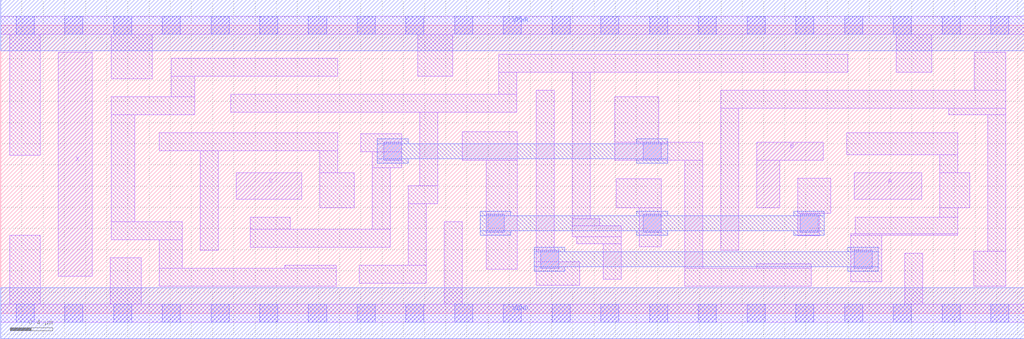
<source format=lef>
# Copyright 2020 The SkyWater PDK Authors
#
# Licensed under the Apache License, Version 2.0 (the "License");
# you may not use this file except in compliance with the License.
# You may obtain a copy of the License at
#
#     https://www.apache.org/licenses/LICENSE-2.0
#
# Unless required by applicable law or agreed to in writing, software
# distributed under the License is distributed on an "AS IS" BASIS,
# WITHOUT WARRANTIES OR CONDITIONS OF ANY KIND, either express or implied.
# See the License for the specific language governing permissions and
# limitations under the License.
#
# SPDX-License-Identifier: Apache-2.0

VERSION 5.7 ;
  NAMESCASESENSITIVE ON ;
  NOWIREEXTENSIONATPIN ON ;
  DIVIDERCHAR "/" ;
  BUSBITCHARS "[]" ;
UNITS
  DATABASE MICRONS 200 ;
END UNITS
PROPERTYDEFINITIONS
  MACRO maskLayoutSubType STRING ;
  MACRO prCellType STRING ;
  MACRO originalViewName STRING ;
END PROPERTYDEFINITIONS
MACRO sky130_fd_sc_hdll__xnor3_2
  CLASS CORE ;
  FOREIGN sky130_fd_sc_hdll__xnor3_2 ;
  ORIGIN  0.000000  0.000000 ;
  SIZE  9.660000 BY  2.720000 ;
  SYMMETRY X Y R90 ;
  SITE unithd ;
  PIN A
    ANTENNAGATEAREA  0.276000 ;
    DIRECTION INPUT ;
    USE SIGNAL ;
    PORT
      LAYER li1 ;
        RECT 8.055000 1.075000 8.695000 1.325000 ;
    END
  END A
  PIN B
    ANTENNAGATEAREA  0.735900 ;
    DIRECTION INPUT ;
    USE SIGNAL ;
    PORT
      LAYER li1 ;
        RECT 7.135000 0.995000 7.355000 1.445000 ;
        RECT 7.135000 1.445000 7.765000 1.615000 ;
    END
  END B
  PIN C
    ANTENNAGATEAREA  0.425400 ;
    DIRECTION INPUT ;
    USE SIGNAL ;
    PORT
      LAYER li1 ;
        RECT 2.225000 1.075000 2.840000 1.325000 ;
    END
  END C
  PIN X
    ANTENNADIFFAREA  0.550500 ;
    DIRECTION OUTPUT ;
    USE SIGNAL ;
    PORT
      LAYER li1 ;
        RECT 0.545000 0.350000 0.865000 2.465000 ;
    END
  END X
  PIN VGND
    DIRECTION INOUT ;
    USE GROUND ;
    PORT
      LAYER met1 ;
        RECT 0.000000 -0.240000 9.660000 0.240000 ;
    END
  END VGND
  PIN VPWR
    DIRECTION INOUT ;
    USE POWER ;
    PORT
      LAYER met1 ;
        RECT 0.000000 2.480000 9.660000 2.960000 ;
    END
  END VPWR
  OBS
    LAYER li1 ;
      RECT 0.000000 -0.085000 9.660000 0.085000 ;
      RECT 0.000000  2.635000 9.660000 2.805000 ;
      RECT 0.085000  0.085000 0.375000 0.735000 ;
      RECT 0.085000  1.490000 0.375000 2.635000 ;
      RECT 1.035000  0.085000 1.325000 0.525000 ;
      RECT 1.045000  0.695000 1.715000 0.865000 ;
      RECT 1.045000  0.865000 1.265000 1.875000 ;
      RECT 1.045000  1.875000 1.830000 2.045000 ;
      RECT 1.045000  2.215000 1.430000 2.635000 ;
      RECT 1.495000  0.255000 3.165000 0.425000 ;
      RECT 1.495000  0.425000 1.715000 0.695000 ;
      RECT 1.495000  1.535000 3.180000 1.705000 ;
      RECT 1.610000  2.045000 1.830000 2.235000 ;
      RECT 1.610000  2.235000 3.180000 2.405000 ;
      RECT 1.885000  0.595000 2.055000 1.535000 ;
      RECT 2.170000  1.895000 4.870000 2.065000 ;
      RECT 2.355000  0.625000 3.675000 0.795000 ;
      RECT 2.355000  0.795000 2.735000 0.905000 ;
      RECT 2.680000  0.425000 3.165000 0.455000 ;
      RECT 3.010000  0.995000 3.335000 1.325000 ;
      RECT 3.010000  1.325000 3.180000 1.535000 ;
      RECT 3.385000  0.285000 4.015000 0.455000 ;
      RECT 3.400000  1.525000 3.785000 1.695000 ;
      RECT 3.505000  0.795000 3.675000 1.375000 ;
      RECT 3.505000  1.375000 3.785000 1.525000 ;
      RECT 3.845000  0.455000 4.015000 1.035000 ;
      RECT 3.845000  1.035000 4.125000 1.205000 ;
      RECT 3.935000  2.235000 4.265000 2.635000 ;
      RECT 3.955000  1.205000 4.125000 1.895000 ;
      RECT 4.185000  0.085000 4.355000 0.865000 ;
      RECT 4.355000  1.445000 4.875000 1.715000 ;
      RECT 4.585000  0.415000 4.875000 1.445000 ;
      RECT 4.700000  2.065000 4.870000 2.275000 ;
      RECT 4.700000  2.275000 7.995000 2.445000 ;
      RECT 5.055000  0.265000 5.465000 0.485000 ;
      RECT 5.055000  0.485000 5.265000 0.595000 ;
      RECT 5.055000  0.595000 5.225000 2.105000 ;
      RECT 5.395000  0.720000 5.855000 0.825000 ;
      RECT 5.395000  0.825000 5.655000 0.890000 ;
      RECT 5.395000  0.890000 5.565000 2.275000 ;
      RECT 5.435000  0.655000 5.855000 0.720000 ;
      RECT 5.685000  0.320000 5.855000 0.655000 ;
      RECT 5.795000  1.445000 6.625000 1.615000 ;
      RECT 5.795000  1.615000 6.210000 2.045000 ;
      RECT 5.810000  0.995000 6.235000 1.270000 ;
      RECT 6.025000  0.630000 6.235000 0.995000 ;
      RECT 6.455000  0.255000 7.650000 0.425000 ;
      RECT 6.455000  0.425000 6.625000 1.445000 ;
      RECT 6.795000  0.595000 6.965000 1.935000 ;
      RECT 6.795000  1.935000 9.485000 2.105000 ;
      RECT 7.135000  0.425000 7.650000 0.465000 ;
      RECT 7.525000  0.730000 7.730000 0.945000 ;
      RECT 7.525000  0.945000 7.835000 1.275000 ;
      RECT 7.985000  1.495000 9.035000 1.705000 ;
      RECT 8.025000  0.295000 8.315000 0.735000 ;
      RECT 8.025000  0.735000 9.035000 0.750000 ;
      RECT 8.065000  0.750000 9.035000 0.905000 ;
      RECT 8.455000  2.275000 8.790000 2.635000 ;
      RECT 8.535000  0.085000 8.705000 0.565000 ;
      RECT 8.865000  0.905000 9.035000 0.995000 ;
      RECT 8.865000  0.995000 9.145000 1.325000 ;
      RECT 8.865000  1.325000 9.035000 1.495000 ;
      RECT 8.950000  1.875000 9.485000 1.935000 ;
      RECT 9.185000  0.255000 9.485000 0.585000 ;
      RECT 9.190000  2.105000 9.485000 2.465000 ;
      RECT 9.315000  0.585000 9.485000 1.875000 ;
    LAYER mcon ;
      RECT 0.145000 -0.085000 0.315000 0.085000 ;
      RECT 0.145000  2.635000 0.315000 2.805000 ;
      RECT 0.605000 -0.085000 0.775000 0.085000 ;
      RECT 0.605000  2.635000 0.775000 2.805000 ;
      RECT 1.065000 -0.085000 1.235000 0.085000 ;
      RECT 1.065000  2.635000 1.235000 2.805000 ;
      RECT 1.525000 -0.085000 1.695000 0.085000 ;
      RECT 1.525000  2.635000 1.695000 2.805000 ;
      RECT 1.985000 -0.085000 2.155000 0.085000 ;
      RECT 1.985000  2.635000 2.155000 2.805000 ;
      RECT 2.445000 -0.085000 2.615000 0.085000 ;
      RECT 2.445000  2.635000 2.615000 2.805000 ;
      RECT 2.905000 -0.085000 3.075000 0.085000 ;
      RECT 2.905000  2.635000 3.075000 2.805000 ;
      RECT 3.365000 -0.085000 3.535000 0.085000 ;
      RECT 3.365000  2.635000 3.535000 2.805000 ;
      RECT 3.615000  1.445000 3.785000 1.615000 ;
      RECT 3.825000 -0.085000 3.995000 0.085000 ;
      RECT 3.825000  2.635000 3.995000 2.805000 ;
      RECT 4.285000 -0.085000 4.455000 0.085000 ;
      RECT 4.285000  2.635000 4.455000 2.805000 ;
      RECT 4.585000  0.765000 4.755000 0.935000 ;
      RECT 4.745000 -0.085000 4.915000 0.085000 ;
      RECT 4.745000  2.635000 4.915000 2.805000 ;
      RECT 5.095000  0.425000 5.265000 0.595000 ;
      RECT 5.205000 -0.085000 5.375000 0.085000 ;
      RECT 5.205000  2.635000 5.375000 2.805000 ;
      RECT 5.665000 -0.085000 5.835000 0.085000 ;
      RECT 5.665000  2.635000 5.835000 2.805000 ;
      RECT 6.065000  0.765000 6.235000 0.935000 ;
      RECT 6.065000  1.445000 6.235000 1.615000 ;
      RECT 6.125000 -0.085000 6.295000 0.085000 ;
      RECT 6.125000  2.635000 6.295000 2.805000 ;
      RECT 6.585000 -0.085000 6.755000 0.085000 ;
      RECT 6.585000  2.635000 6.755000 2.805000 ;
      RECT 7.045000 -0.085000 7.215000 0.085000 ;
      RECT 7.045000  2.635000 7.215000 2.805000 ;
      RECT 7.505000 -0.085000 7.675000 0.085000 ;
      RECT 7.505000  2.635000 7.675000 2.805000 ;
      RECT 7.545000  0.765000 7.715000 0.935000 ;
      RECT 7.965000 -0.085000 8.135000 0.085000 ;
      RECT 7.965000  2.635000 8.135000 2.805000 ;
      RECT 8.055000  0.425000 8.225000 0.595000 ;
      RECT 8.425000 -0.085000 8.595000 0.085000 ;
      RECT 8.425000  2.635000 8.595000 2.805000 ;
      RECT 8.885000 -0.085000 9.055000 0.085000 ;
      RECT 8.885000  2.635000 9.055000 2.805000 ;
      RECT 9.345000 -0.085000 9.515000 0.085000 ;
      RECT 9.345000  2.635000 9.515000 2.805000 ;
    LAYER met1 ;
      RECT 3.555000 1.415000 3.845000 1.460000 ;
      RECT 3.555000 1.460000 6.295000 1.600000 ;
      RECT 3.555000 1.600000 3.845000 1.645000 ;
      RECT 4.525000 0.735000 4.815000 0.780000 ;
      RECT 4.525000 0.780000 7.775000 0.920000 ;
      RECT 4.525000 0.920000 4.815000 0.965000 ;
      RECT 5.035000 0.395000 5.325000 0.440000 ;
      RECT 5.035000 0.440000 8.285000 0.580000 ;
      RECT 5.035000 0.580000 5.325000 0.625000 ;
      RECT 6.005000 0.735000 6.295000 0.780000 ;
      RECT 6.005000 0.920000 6.295000 0.965000 ;
      RECT 6.005000 1.415000 6.295000 1.460000 ;
      RECT 6.005000 1.600000 6.295000 1.645000 ;
      RECT 7.485000 0.735000 7.775000 0.780000 ;
      RECT 7.485000 0.920000 7.775000 0.965000 ;
      RECT 7.995000 0.395000 8.285000 0.440000 ;
      RECT 7.995000 0.580000 8.285000 0.625000 ;
  END
  PROPERTY maskLayoutSubType "abstract" ;
  PROPERTY prCellType "standard" ;
  PROPERTY originalViewName "layout" ;
END sky130_fd_sc_hdll__xnor3_2

</source>
